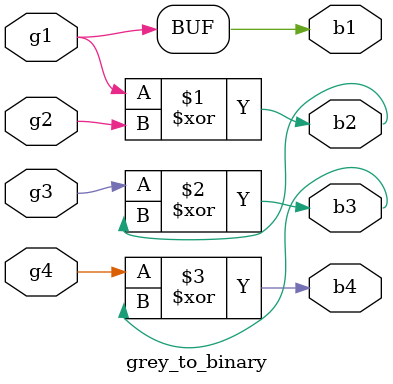
<source format=v>
module grey_to_binary(
    input g1,g2,g3,g4,     
    output b1,b2,b3,b4    
    );
  xor (b2,b1,g2); 
  xor (b3,g3,b2); 
  xor (b4,g4,b3);
  buf (b1,g1);
endmodule

</source>
